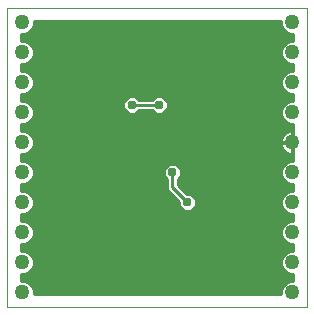
<source format=gbl>
G75*
G70*
%OFA0B0*%
%FSLAX24Y24*%
%IPPOS*%
%LPD*%
%AMOC8*
5,1,8,0,0,1.08239X$1,22.5*
%
%ADD10C,0.0000*%
%ADD11C,0.0500*%
%ADD12C,0.0310*%
%ADD13C,0.0100*%
D10*
X000150Y000150D02*
X000150Y010146D01*
X010120Y010146D01*
X010120Y000150D01*
X000150Y000150D01*
D11*
X000650Y000650D03*
X000650Y001650D03*
X000650Y002650D03*
X000650Y003650D03*
X000650Y004650D03*
X000650Y005650D03*
X000650Y006650D03*
X000650Y007650D03*
X000650Y008650D03*
X000650Y009650D03*
X009650Y009650D03*
X009650Y008650D03*
X009650Y007650D03*
X009650Y006650D03*
X009650Y005650D03*
X009650Y004650D03*
X009650Y003650D03*
X009650Y002650D03*
X009650Y001650D03*
X009650Y000650D03*
D12*
X006950Y001350D03*
X005750Y001350D03*
X006150Y003650D03*
X005650Y004650D03*
X005650Y005250D03*
X005200Y006900D03*
X004300Y006900D03*
X007150Y008650D03*
D13*
X005442Y007061D02*
X005485Y006957D01*
X005485Y006843D01*
X005442Y006739D01*
X005361Y006658D01*
X005257Y006615D01*
X005143Y006615D01*
X005039Y006658D01*
X004977Y006720D01*
X004523Y006720D01*
X004461Y006658D01*
X004357Y006615D01*
X004243Y006615D01*
X004139Y006658D01*
X004058Y006739D01*
X004015Y006843D01*
X004015Y006957D01*
X004058Y007061D01*
X004139Y007142D01*
X004243Y007185D01*
X004357Y007185D01*
X004461Y007142D01*
X004523Y007080D01*
X004977Y007080D01*
X005039Y007142D01*
X005143Y007185D01*
X005257Y007185D01*
X005361Y007142D01*
X005442Y007061D01*
X005448Y007045D02*
X009670Y007045D01*
X009670Y007030D02*
X009574Y007030D01*
X009435Y006972D01*
X009328Y006865D01*
X009270Y006726D01*
X009270Y006574D01*
X009328Y006435D01*
X009435Y006328D01*
X009574Y006270D01*
X009670Y006270D01*
X009670Y005675D01*
X009625Y005675D01*
X009625Y006050D01*
X009611Y006050D01*
X009533Y006035D01*
X009461Y006004D01*
X009395Y005961D01*
X009339Y005905D01*
X009296Y005839D01*
X009265Y005767D01*
X009250Y005689D01*
X009250Y005675D01*
X009625Y005675D01*
X009625Y005625D01*
X009670Y005625D01*
X009670Y005030D01*
X009574Y005030D01*
X009435Y004972D01*
X009328Y004865D01*
X009270Y004726D01*
X009270Y004574D01*
X009328Y004435D01*
X009435Y004328D01*
X009574Y004270D01*
X009670Y004270D01*
X009670Y004030D01*
X009574Y004030D01*
X009435Y003972D01*
X009328Y003865D01*
X009270Y003726D01*
X009270Y003574D01*
X009328Y003435D01*
X009435Y003328D01*
X009574Y003270D01*
X009670Y003270D01*
X009670Y003030D01*
X009574Y003030D01*
X009435Y002972D01*
X009328Y002865D01*
X009270Y002726D01*
X009270Y002574D01*
X009328Y002435D01*
X009435Y002328D01*
X009574Y002270D01*
X009670Y002270D01*
X009670Y002030D01*
X009574Y002030D01*
X009435Y001972D01*
X009328Y001865D01*
X009270Y001726D01*
X001030Y001726D01*
X000972Y001865D01*
X000865Y001972D01*
X000726Y002030D01*
X000600Y002030D01*
X000600Y002270D01*
X000726Y002270D01*
X000865Y002328D01*
X000972Y002435D01*
X001030Y002574D01*
X001030Y002726D01*
X000972Y002865D01*
X000865Y002972D01*
X000726Y003030D01*
X000600Y003030D01*
X000600Y003270D01*
X000726Y003270D01*
X000865Y003328D01*
X000972Y003435D01*
X001030Y003574D01*
X001030Y003726D01*
X000972Y003865D01*
X000865Y003972D01*
X000726Y004030D01*
X000600Y004030D01*
X000600Y004270D01*
X000726Y004270D01*
X000865Y004328D01*
X000972Y004435D01*
X001030Y004574D01*
X001030Y004726D01*
X000972Y004865D01*
X000865Y004972D01*
X000726Y005030D01*
X000600Y005030D01*
X000600Y005270D01*
X000726Y005270D01*
X000865Y005328D01*
X000972Y005435D01*
X001030Y005574D01*
X001030Y005726D01*
X000972Y005865D01*
X000865Y005972D01*
X000726Y006030D01*
X000600Y006030D01*
X000600Y006270D01*
X000726Y006270D01*
X000865Y006328D01*
X000972Y006435D01*
X001030Y006574D01*
X001030Y006726D01*
X000972Y006865D01*
X000865Y006972D01*
X000726Y007030D01*
X000600Y007030D01*
X000600Y007270D01*
X000726Y007270D01*
X000865Y007328D01*
X000972Y007435D01*
X001030Y007574D01*
X001030Y007726D01*
X000972Y007865D01*
X000865Y007972D01*
X000726Y008030D01*
X000600Y008030D01*
X000600Y008270D01*
X000726Y008270D01*
X000865Y008328D01*
X000972Y008435D01*
X001030Y008574D01*
X001030Y008726D01*
X000972Y008865D01*
X000865Y008972D01*
X000726Y009030D01*
X000600Y009030D01*
X000600Y009270D01*
X000726Y009270D01*
X000865Y009328D01*
X000972Y009435D01*
X001030Y009574D01*
X001030Y009696D01*
X009270Y009696D01*
X009270Y009574D01*
X009328Y009435D01*
X009435Y009328D01*
X009574Y009270D01*
X009670Y009270D01*
X009670Y009030D01*
X009574Y009030D01*
X009435Y008972D01*
X009328Y008865D01*
X009270Y008726D01*
X009270Y008574D01*
X009328Y008435D01*
X009435Y008328D01*
X009574Y008270D01*
X009670Y008270D01*
X009670Y008030D01*
X009574Y008030D01*
X009435Y007972D01*
X009328Y007865D01*
X009270Y007726D01*
X009270Y007574D01*
X009328Y007435D01*
X009435Y007328D01*
X009574Y007270D01*
X009670Y007270D01*
X009670Y007030D01*
X009670Y007144D02*
X005357Y007144D01*
X005485Y006947D02*
X009409Y006947D01*
X009321Y006848D02*
X005485Y006848D01*
X005446Y006750D02*
X009280Y006750D01*
X009270Y006651D02*
X005344Y006651D01*
X005200Y006900D02*
X004300Y006900D01*
X004444Y006651D02*
X005056Y006651D01*
X005043Y007144D02*
X004457Y007144D01*
X004143Y007144D02*
X000600Y007144D01*
X000600Y007242D02*
X009670Y007242D01*
X009422Y007341D02*
X000878Y007341D01*
X000974Y007439D02*
X009326Y007439D01*
X009285Y007538D02*
X001015Y007538D01*
X001030Y007636D02*
X009270Y007636D01*
X009274Y007735D02*
X001026Y007735D01*
X000985Y007833D02*
X009315Y007833D01*
X009394Y007932D02*
X000906Y007932D01*
X000600Y008030D02*
X009670Y008030D01*
X009670Y008129D02*
X000600Y008129D01*
X000600Y008227D02*
X009670Y008227D01*
X009440Y008326D02*
X000860Y008326D01*
X000961Y008424D02*
X009339Y008424D01*
X009291Y008523D02*
X001009Y008523D01*
X001030Y008621D02*
X009270Y008621D01*
X009270Y008720D02*
X001030Y008720D01*
X000992Y008818D02*
X009308Y008818D01*
X009379Y008917D02*
X000921Y008917D01*
X000762Y009015D02*
X009538Y009015D01*
X009670Y009114D02*
X000600Y009114D01*
X000600Y009212D02*
X009670Y009212D01*
X009477Y009311D02*
X000823Y009311D01*
X000946Y009409D02*
X009354Y009409D01*
X009298Y009508D02*
X001002Y009508D01*
X001030Y009606D02*
X009270Y009606D01*
X009279Y006553D02*
X001021Y006553D01*
X001030Y006651D02*
X004156Y006651D01*
X004054Y006750D02*
X001020Y006750D01*
X000979Y006848D02*
X004015Y006848D01*
X004015Y006947D02*
X000891Y006947D01*
X000600Y007045D02*
X004052Y007045D01*
X005489Y004892D02*
X005408Y004811D01*
X005365Y004707D01*
X005365Y004593D01*
X005408Y004489D01*
X005470Y004427D01*
X005470Y004075D01*
X005865Y003680D01*
X005865Y003593D01*
X005908Y003489D01*
X005989Y003408D01*
X006093Y003365D01*
X006207Y003365D01*
X006311Y003408D01*
X006392Y003489D01*
X006435Y003593D01*
X006435Y003707D01*
X006392Y003811D01*
X006311Y003892D01*
X006207Y003935D01*
X006120Y003935D01*
X005830Y004225D01*
X005830Y004427D01*
X005892Y004489D01*
X005935Y004593D01*
X005935Y004707D01*
X005892Y004811D01*
X005811Y004892D01*
X005707Y004935D01*
X005593Y004935D01*
X005489Y004892D01*
X005475Y004878D02*
X000959Y004878D01*
X001008Y004780D02*
X005395Y004780D01*
X005365Y004681D02*
X001030Y004681D01*
X001030Y004583D02*
X005369Y004583D01*
X005413Y004484D02*
X000993Y004484D01*
X000923Y004386D02*
X005470Y004386D01*
X005470Y004287D02*
X000767Y004287D01*
X000600Y004189D02*
X005470Y004189D01*
X005470Y004090D02*
X000600Y004090D01*
X000819Y003992D02*
X005554Y003992D01*
X005652Y003893D02*
X000944Y003893D01*
X001001Y003795D02*
X005751Y003795D01*
X005849Y003696D02*
X001030Y003696D01*
X001030Y003598D02*
X005865Y003598D01*
X005904Y003499D02*
X000999Y003499D01*
X000938Y003401D02*
X006008Y003401D01*
X006150Y003650D02*
X005650Y004150D01*
X005650Y004650D01*
X005825Y004878D02*
X009341Y004878D01*
X009292Y004780D02*
X005905Y004780D01*
X005935Y004681D02*
X009270Y004681D01*
X009270Y004583D02*
X005931Y004583D01*
X005887Y004484D02*
X009307Y004484D01*
X009377Y004386D02*
X005830Y004386D01*
X005830Y004287D02*
X009533Y004287D01*
X009670Y004189D02*
X005866Y004189D01*
X005965Y004090D02*
X009670Y004090D01*
X009481Y003992D02*
X006063Y003992D01*
X006308Y003893D02*
X009356Y003893D01*
X009299Y003795D02*
X006399Y003795D01*
X006435Y003696D02*
X009270Y003696D01*
X009270Y003598D02*
X006435Y003598D01*
X006396Y003499D02*
X009301Y003499D01*
X009362Y003401D02*
X006292Y003401D01*
X009296Y005461D02*
X009265Y005533D01*
X009250Y005611D01*
X009250Y005625D01*
X009625Y005625D01*
X009625Y005250D01*
X009611Y005250D01*
X009533Y005265D01*
X009461Y005296D01*
X009395Y005339D01*
X009339Y005395D01*
X009296Y005461D01*
X009292Y005469D02*
X000986Y005469D01*
X001027Y005568D02*
X009259Y005568D01*
X009265Y005765D02*
X001014Y005765D01*
X001030Y005666D02*
X009625Y005666D01*
X009625Y005568D02*
X009670Y005568D01*
X009670Y005469D02*
X009625Y005469D01*
X009625Y005371D02*
X009670Y005371D01*
X009670Y005272D02*
X009625Y005272D01*
X009517Y005272D02*
X000730Y005272D01*
X000908Y005371D02*
X009364Y005371D01*
X009670Y005174D02*
X000600Y005174D01*
X000600Y005075D02*
X009670Y005075D01*
X009445Y004977D02*
X000855Y004977D01*
X000973Y005863D02*
X009311Y005863D01*
X009396Y005962D02*
X000876Y005962D01*
X000600Y006060D02*
X009670Y006060D01*
X009670Y005962D02*
X009625Y005962D01*
X009625Y005863D02*
X009670Y005863D01*
X009670Y005765D02*
X009625Y005765D01*
X009670Y006159D02*
X000600Y006159D01*
X000600Y006257D02*
X009670Y006257D01*
X009407Y006356D02*
X000893Y006356D01*
X000980Y006454D02*
X009320Y006454D01*
X009497Y003302D02*
X000803Y003302D01*
X000600Y003204D02*
X009670Y003204D01*
X009670Y003105D02*
X000600Y003105D01*
X000782Y003007D02*
X009518Y003007D01*
X009371Y002908D02*
X000929Y002908D01*
X000995Y002810D02*
X009305Y002810D01*
X009270Y002711D02*
X001030Y002711D01*
X001030Y002613D02*
X009270Y002613D01*
X009295Y002514D02*
X001005Y002514D01*
X000953Y002416D02*
X009347Y002416D01*
X009461Y002317D02*
X000839Y002317D01*
X000600Y002219D02*
X009670Y002219D01*
X009670Y002120D02*
X000600Y002120D01*
X000746Y002022D02*
X009554Y002022D01*
X009386Y001923D02*
X000914Y001923D01*
X000989Y001825D02*
X009311Y001825D01*
X009270Y001726D02*
X009270Y001574D01*
X009328Y001435D01*
X009435Y001328D01*
X009574Y001270D01*
X009670Y001270D01*
X009670Y001030D01*
X009574Y001030D01*
X009435Y000972D01*
X009328Y000865D01*
X009270Y000726D01*
X009270Y000600D01*
X001030Y000600D01*
X001030Y000726D01*
X000972Y000865D01*
X000865Y000972D01*
X000726Y001030D01*
X000600Y001030D01*
X000600Y001270D01*
X000726Y001270D01*
X000865Y001328D01*
X000972Y001435D01*
X001030Y001574D01*
X001030Y001726D01*
X001030Y001628D02*
X009270Y001628D01*
X009289Y001529D02*
X001011Y001529D01*
X000968Y001431D02*
X009332Y001431D01*
X009431Y001332D02*
X000869Y001332D01*
X000600Y001234D02*
X009670Y001234D01*
X009670Y001135D02*
X000600Y001135D01*
X000600Y001037D02*
X009670Y001037D01*
X009401Y000938D02*
X000899Y000938D01*
X000983Y000840D02*
X009317Y000840D01*
X009276Y000741D02*
X001024Y000741D01*
X001030Y000643D02*
X009270Y000643D01*
M02*

</source>
